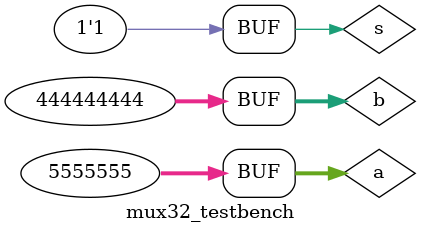
<source format=v>
`define DELAY 20
module mux32_testbench(); 
reg [31:0] a, b;
reg s;
wire [31:0] o;

mux32 test (a, b, s, o);

initial begin
a = 32'd5555555; b = 32'd444444444; s = 1'b0;
#`DELAY;
a = 32'd5555555; b = 32'd444444444; s = 1'b1;
end
 
 
initial
begin
$monitor("time = %2d, a =%d, b=%d, S=%1b, OUT=%d", $time, a, b, s, o);
end
 
endmodule
</source>
